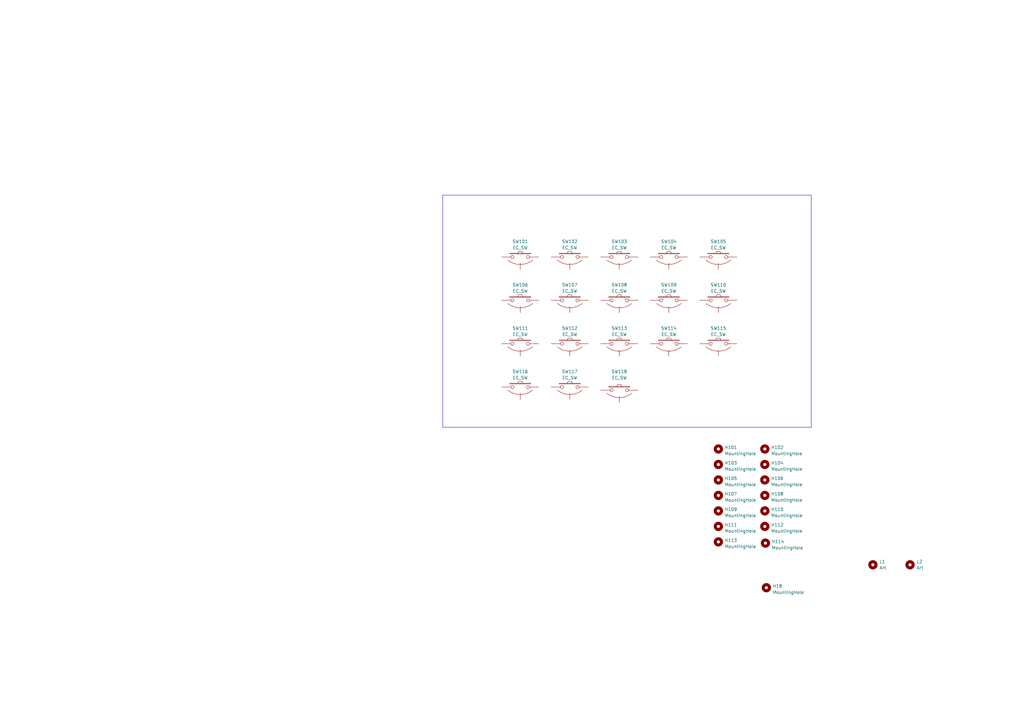
<source format=kicad_sch>
(kicad_sch (version 20230121) (generator eeschema)
  (paper "A3")
  (title_block (title "Tako DIY") (date "2023-05-18"))
  (lib_symbols
    (symbol "Mechanical:MountingHole" (pin_names (offset 1.016))
      (property "Reference" "H" (at 0 5.08 0))
      (property "Value" "MountingHole" (at 0 3.175 0))
      (symbol "MountingHole_0_1"
        (circle (center 0 0) (radius 1.27) (stroke (width 1.27)))
      )
    )
    (symbol "tako:EC_SW" (pin_numbers hide) (pin_names (offset 1.016) hide)
      (property "Reference" "SW" (at 3.81 2.794 0))
      (property "Value" "EC_SW" (at -3.81 3.81 0))
      (symbol "EC_SW_0_1"
        (arc (start -5.08 -1.27) (mid 0 -3.052) (end 5.08 -1.27))
        (rectangle (start -4.318 1.27) (end 4.318 1.524))
        (polyline (pts (xy -1.016 1.524) (xy -0.762 2.286) (xy 0.762 2.286) (xy 1.016 1.524)))
        (pin passive inverted (at -7.62 0 0) (length 5.08) (name "1") (number "1"))
        (pin passive inverted (at 7.62 0 180) (length 5.08) (name "2") (number "2"))
      )
      (symbol "EC_SW_1_1"
        (pin input line (at 0 -5.08 90) (length 2.54) (name "SG") (number "3"))
      )
    )
  )
  (rectangle (start 181.61 80.01) (end 332.74 175.26))
  (symbol (lib_id "Mechanical:MountingHole") (at 313.69 196.85 0) (unit 1)
    (property "Reference" "H106" (at 316.23 196.215 0) (effects (justify left)))
    (property "Value" "MountingHole" (at 316.23 198.755 0) (effects (justify left)))
    (property "Footprint" "tako:M2_hole_4.2mm" (effects hide))
  )
  (symbol (lib_id "tako:EC_SW") (at 274.32 105.41 0) (unit 1)
    (property "Reference" "SW104" (at 274.32 99.06 0))
    (property "Value" "EC_SW" (at 274.32 101.6 0))
    (property "Footprint" "tako:plate_cut_ecs_pad_NIZ" (effects hide))
  )
  (symbol (lib_id "Mechanical:MountingHole") (at 294.64 203.2 0) (unit 1)
    (property "Reference" "H107" (at 297.18 202.565 0) (effects (justify left)))
    (property "Value" "MountingHole" (at 297.18 205.105 0) (effects (justify left)))
    (property "Footprint" "tako:M2_hole_4.2mm" (effects hide))
  )
  (symbol (lib_id "tako:EC_SW") (at 213.36 105.41 0) (unit 1)
    (property "Reference" "SW101" (at 213.36 99.06 0))
    (property "Value" "EC_SW" (at 213.36 101.6 0))
    (property "Footprint" "tako:plate_cut_ecs_pad_NIZ" (effects hide))
  )
  (symbol (lib_id "Mechanical:MountingHole") (at 313.69 190.5 0) (unit 1)
    (property "Reference" "H104" (at 316.23 189.865 0) (effects (justify left)))
    (property "Value" "MountingHole" (at 316.23 192.405 0) (effects (justify left)))
    (property "Footprint" "tako:M2_hole_4.2mm" (effects hide))
  )
  (symbol (lib_id "tako:EC_SW") (at 254 140.97 0) (unit 1)
    (property "Reference" "SW113" (at 254 134.62 0))
    (property "Value" "EC_SW" (at 254 137.16 0))
    (property "Footprint" "tako:plate_cut_ecs_pad_NIZ" (effects hide))
  )
  (symbol (lib_id "tako:EC_SW") (at 213.36 123.19 0) (unit 1)
    (property "Reference" "SW106" (at 213.36 116.84 0))
    (property "Value" "EC_SW" (at 213.36 119.38 0))
    (property "Footprint" "tako:plate_cut_ecs_pad_NIZ" (effects hide))
  )
  (symbol (lib_id "Mechanical:MountingHole") (at 313.69 203.2 0) (unit 1)
    (property "Reference" "H108" (at 316.23 202.565 0) (effects (justify left)))
    (property "Value" "MountingHole" (at 316.23 205.105 0) (effects (justify left)))
    (property "Footprint" "tako:M2_hole_4.2mm" (effects hide))
  )
  (symbol (lib_id "Mechanical:MountingHole") (at 313.69 209.55 0) (unit 1)
    (property "Reference" "H110" (at 316.23 208.915 0) (effects (justify left)))
    (property "Value" "MountingHole" (at 316.23 211.455 0) (effects (justify left)))
    (property "Footprint" "tako:M2_hole_4.2mm" (effects hide))
  )
  (symbol (lib_id "Mechanical:MountingHole") (at 313.69 184.15 0) (unit 1)
    (property "Reference" "H102" (at 316.23 183.515 0) (effects (justify left)))
    (property "Value" "MountingHole" (at 316.23 186.055 0) (effects (justify left)))
    (property "Footprint" "tako:M2_hole_4.2mm" (effects hide))
  )
  (symbol (lib_id "Mechanical:MountingHole") (at 313.944 222.758 0) (unit 1)
    (property "Reference" "H114" (at 316.484 222.123 0) (effects (justify left)))
    (property "Value" "MountingHole" (at 316.484 224.663 0) (effects (justify left)))
    (property "Footprint" "tako:M2_hole_4.2mm" (effects hide))
  )
  (symbol (lib_id "Mechanical:MountingHole") (at 373.253 231.648 0) (unit 1)
    (property "Reference" "L2" (at 375.92 230.378 0) (effects (justify left)))
    (property "Value" "Art" (at 375.92 232.918 0) (effects (justify left)))
    (property "Footprint" "personal-logo:peacock-medium" (effects hide))
  )
  (symbol (lib_id "Mechanical:MountingHole") (at 294.64 209.55 0) (unit 1)
    (property "Reference" "H109" (at 297.18 208.915 0) (effects (justify left)))
    (property "Value" "MountingHole" (at 297.18 211.455 0) (effects (justify left)))
    (property "Footprint" "tako:M2_hole_4.2mm" (effects hide))
  )
  (symbol (lib_id "tako:EC_SW") (at 294.64 105.41 0) (unit 1)
    (property "Reference" "SW105" (at 294.64 99.06 0))
    (property "Value" "EC_SW" (at 294.64 101.6 0))
    (property "Footprint" "tako:plate_cut_ecs_pad_NIZ" (effects hide))
  )
  (symbol (lib_id "tako:EC_SW") (at 254 160.02 0) (unit 1)
    (property "Reference" "SW118" (at 254 152.4 0))
    (property "Value" "EC_SW" (at 254 154.94 0))
    (property "Footprint" "tako:plate_cut_ecs_pad_NIZ" (effects hide))
  )
  (symbol (lib_id "tako:EC_SW") (at 254 123.19 0) (unit 1)
    (property "Reference" "SW108" (at 254 116.84 0))
    (property "Value" "EC_SW" (at 254 119.38 0))
    (property "Footprint" "tako:plate_cut_ecs_pad_NIZ" (effects hide))
  )
  (symbol (lib_id "tako:EC_SW") (at 233.68 158.75 0) (unit 1)
    (property "Reference" "SW117" (at 233.68 152.4 0))
    (property "Value" "EC_SW" (at 233.68 154.94 0))
    (property "Footprint" "tako:plate_cut_ecs_pad_NIZ" (effects hide))
  )
  (symbol (lib_id "tako:EC_SW") (at 294.64 140.97 0) (unit 1)
    (property "Reference" "SW115" (at 294.64 134.62 0))
    (property "Value" "EC_SW" (at 294.64 137.16 0))
    (property "Footprint" "tako:plate_cut_ecs_pad_NIZ" (effects hide))
  )
  (symbol (lib_id "tako:EC_SW") (at 233.68 123.19 0) (unit 1)
    (property "Reference" "SW107" (at 233.68 116.84 0))
    (property "Value" "EC_SW" (at 233.68 119.38 0))
    (property "Footprint" "tako:plate_cut_ecs_pad_NIZ" (effects hide))
  )
  (symbol (lib_id "tako:EC_SW") (at 213.36 140.97 0) (unit 1)
    (property "Reference" "SW111" (at 213.36 134.62 0))
    (property "Value" "EC_SW" (at 213.36 137.16 0))
    (property "Footprint" "tako:plate_cut_ecs_pad_NIZ" (effects hide))
  )
  (symbol (lib_id "tako:EC_SW") (at 233.68 105.41 0) (unit 1)
    (property "Reference" "SW102" (at 233.68 99.06 0))
    (property "Value" "EC_SW" (at 233.68 101.6 0))
    (property "Footprint" "tako:plate_cut_ecs_pad_NIZ" (effects hide))
  )
  (symbol (lib_id "tako:EC_SW") (at 274.32 123.19 0) (unit 1)
    (property "Reference" "SW109" (at 274.32 116.84 0))
    (property "Value" "EC_SW" (at 274.32 119.38 0))
    (property "Footprint" "tako:plate_cut_ecs_pad_NIZ" (effects hide))
  )
  (symbol (lib_id "tako:EC_SW") (at 213.36 158.75 0) (unit 1)
    (property "Reference" "SW116" (at 213.36 152.4 0))
    (property "Value" "EC_SW" (at 213.36 154.94 0))
    (property "Footprint" "tako:plate_cut_ecs_pad_NIZ" (effects hide))
  )
  (symbol (lib_id "tako:EC_SW") (at 274.32 140.97 0) (unit 1)
    (property "Reference" "SW114" (at 274.32 134.62 0))
    (property "Value" "EC_SW" (at 274.32 137.16 0))
    (property "Footprint" "tako:plate_cut_ecs_pad_NIZ" (effects hide))
  )
  (symbol (lib_id "tako:EC_SW") (at 294.64 123.19 0) (unit 1)
    (property "Reference" "SW110" (at 294.64 116.84 0))
    (property "Value" "EC_SW" (at 294.64 119.38 0))
    (property "Footprint" "tako:plate_cut_ecs_pad_NIZ" (effects hide))
  )
  (symbol (lib_id "Mechanical:MountingHole") (at 294.64 190.5 0) (unit 1)
    (property "Reference" "H103" (at 297.18 189.865 0) (effects (justify left)))
    (property "Value" "MountingHole" (at 297.18 192.405 0) (effects (justify left)))
    (property "Footprint" "tako:M2_hole_4.2mm" (effects hide))
  )
  (symbol (lib_id "Mechanical:MountingHole") (at 313.69 215.9 0) (unit 1)
    (property "Reference" "H112" (at 316.23 215.265 0) (effects (justify left)))
    (property "Value" "MountingHole" (at 316.23 217.805 0) (effects (justify left)))
    (property "Footprint" "tako:M2_hole_4.2mm" (effects hide))
  )
  (symbol (lib_id "Mechanical:MountingHole") (at 294.64 222.25 0) (unit 1)
    (property "Reference" "H113" (at 297.18 221.615 0) (effects (justify left)))
    (property "Value" "MountingHole" (at 297.18 224.155 0) (effects (justify left)))
    (property "Footprint" "tako:M2_hole_4.2mm" (effects hide))
  )
  (symbol (lib_id "Mechanical:MountingHole") (at 358.013 231.648 0) (unit 1)
    (property "Reference" "L1" (at 360.68 230.378 0) (effects (justify left)))
    (property "Value" "Art" (at 360.68 232.918 0) (effects (justify left)))
    (property "Footprint" "personal-logo:peacock-medium" (effects hide))
  )
  (symbol (lib_id "Mechanical:MountingHole") (at 294.64 184.15 0) (unit 1)
    (property "Reference" "H101" (at 297.18 183.515 0) (effects (justify left)))
    (property "Value" "MountingHole" (at 297.18 186.055 0) (effects (justify left)))
    (property "Footprint" "tako:M2_hole_4.2mm" (effects hide))
  )
  (symbol (lib_id "tako:EC_SW") (at 254 105.41 0) (unit 1)
    (property "Reference" "SW103" (at 254 99.06 0))
    (property "Value" "EC_SW" (at 254 101.6 0))
    (property "Footprint" "tako:plate_cut_ecs_pad_NIZ" (effects hide))
  )
  (symbol (lib_id "Mechanical:MountingHole") (at 294.64 215.9 0) (unit 1)
    (property "Reference" "H111" (at 297.18 215.265 0) (effects (justify left)))
    (property "Value" "MountingHole" (at 297.18 217.805 0) (effects (justify left)))
    (property "Footprint" "tako:M2_hole_4.2mm" (effects hide))
  )
  (symbol (lib_id "tako:EC_SW") (at 233.68 140.97 0) (unit 1)
    (property "Reference" "SW112" (at 233.68 134.62 0))
    (property "Value" "EC_SW" (at 233.68 137.16 0))
    (property "Footprint" "tako:plate_cut_ecs_pad_NIZ" (effects hide))
  )
  (symbol (lib_id "Mechanical:MountingHole") (at 314.325 241.046 0) (unit 1)
    (property "Reference" "H18" (at 316.865 240.411 0) (effects (justify left)))
    (property "Value" "MountingHole" (at 316.865 242.951 0) (effects (justify left)))
    (property "Footprint" "tako:M2_hole_4.2mm" (effects hide))
  )
  (symbol (lib_id "Mechanical:MountingHole") (at 294.64 196.85 0) (unit 1)
    (property "Reference" "H105" (at 297.18 196.215 0) (effects (justify left)))
    (property "Value" "MountingHole" (at 297.18 198.755 0) (effects (justify left)))
    (property "Footprint" "tako:M2_hole_4.2mm" (effects hide))
  )
)
</source>
